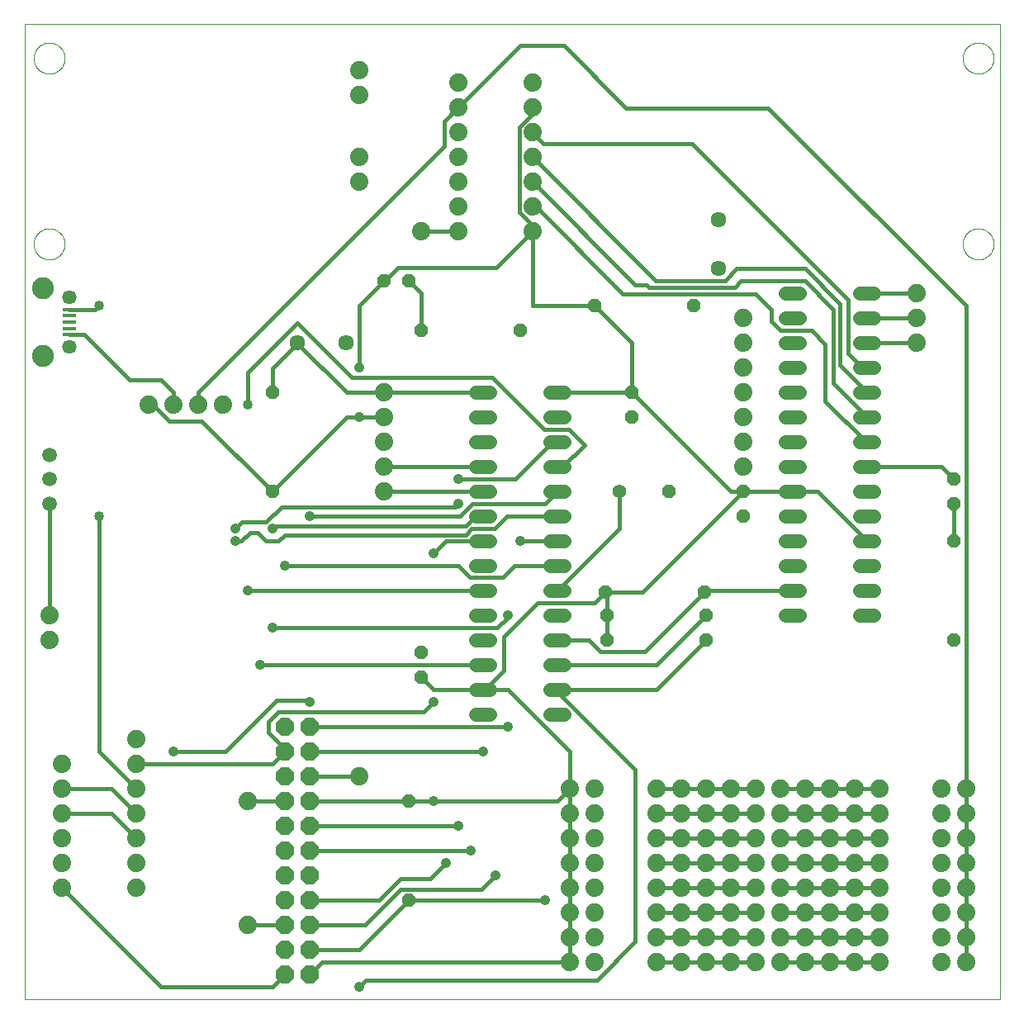
<source format=gtl>
G75*
%MOIN*%
%OFA0B0*%
%FSLAX25Y25*%
%IPPOS*%
%LPD*%
%AMOC8*
5,1,8,0,0,1.08239X$1,22.5*
%
%ADD10C,0.00000*%
%ADD11C,0.05600*%
%ADD12R,0.05315X0.01575*%
%ADD13C,0.05746*%
%ADD14C,0.08858*%
%ADD15C,0.05943*%
%ADD16C,0.07400*%
%ADD17OC8,0.05600*%
%ADD18C,0.06337*%
%ADD19C,0.05600*%
%ADD20OC8,0.07400*%
%ADD21C,0.01600*%
%ADD22C,0.04000*%
%ADD23C,0.04165*%
D10*
X0106250Y0001300D02*
X0106250Y0395001D01*
X0499951Y0395001D01*
X0499951Y0001300D01*
X0106250Y0001300D01*
X0110000Y0306300D02*
X0110002Y0306458D01*
X0110008Y0306615D01*
X0110018Y0306773D01*
X0110032Y0306930D01*
X0110050Y0307086D01*
X0110071Y0307243D01*
X0110097Y0307398D01*
X0110127Y0307553D01*
X0110160Y0307707D01*
X0110198Y0307860D01*
X0110239Y0308013D01*
X0110284Y0308164D01*
X0110333Y0308314D01*
X0110386Y0308462D01*
X0110442Y0308610D01*
X0110503Y0308755D01*
X0110566Y0308900D01*
X0110634Y0309042D01*
X0110705Y0309183D01*
X0110779Y0309322D01*
X0110857Y0309459D01*
X0110939Y0309594D01*
X0111023Y0309727D01*
X0111112Y0309858D01*
X0111203Y0309986D01*
X0111298Y0310113D01*
X0111395Y0310236D01*
X0111496Y0310358D01*
X0111600Y0310476D01*
X0111707Y0310592D01*
X0111817Y0310705D01*
X0111929Y0310816D01*
X0112045Y0310923D01*
X0112163Y0311028D01*
X0112283Y0311130D01*
X0112406Y0311228D01*
X0112532Y0311324D01*
X0112660Y0311416D01*
X0112790Y0311505D01*
X0112922Y0311591D01*
X0113057Y0311673D01*
X0113194Y0311752D01*
X0113332Y0311827D01*
X0113472Y0311899D01*
X0113615Y0311967D01*
X0113758Y0312032D01*
X0113904Y0312093D01*
X0114051Y0312150D01*
X0114199Y0312204D01*
X0114349Y0312254D01*
X0114499Y0312300D01*
X0114651Y0312342D01*
X0114804Y0312381D01*
X0114958Y0312415D01*
X0115113Y0312446D01*
X0115268Y0312472D01*
X0115424Y0312495D01*
X0115581Y0312514D01*
X0115738Y0312529D01*
X0115895Y0312540D01*
X0116053Y0312547D01*
X0116211Y0312550D01*
X0116368Y0312549D01*
X0116526Y0312544D01*
X0116683Y0312535D01*
X0116841Y0312522D01*
X0116997Y0312505D01*
X0117154Y0312484D01*
X0117309Y0312460D01*
X0117464Y0312431D01*
X0117619Y0312398D01*
X0117772Y0312362D01*
X0117925Y0312321D01*
X0118076Y0312277D01*
X0118226Y0312229D01*
X0118375Y0312178D01*
X0118523Y0312122D01*
X0118669Y0312063D01*
X0118814Y0312000D01*
X0118957Y0311933D01*
X0119098Y0311863D01*
X0119237Y0311790D01*
X0119375Y0311713D01*
X0119511Y0311632D01*
X0119644Y0311548D01*
X0119775Y0311461D01*
X0119904Y0311370D01*
X0120031Y0311276D01*
X0120156Y0311179D01*
X0120277Y0311079D01*
X0120397Y0310976D01*
X0120513Y0310870D01*
X0120627Y0310761D01*
X0120739Y0310649D01*
X0120847Y0310535D01*
X0120952Y0310417D01*
X0121055Y0310297D01*
X0121154Y0310175D01*
X0121250Y0310050D01*
X0121343Y0309922D01*
X0121433Y0309793D01*
X0121519Y0309661D01*
X0121603Y0309527D01*
X0121682Y0309391D01*
X0121759Y0309253D01*
X0121831Y0309113D01*
X0121900Y0308971D01*
X0121966Y0308828D01*
X0122028Y0308683D01*
X0122086Y0308536D01*
X0122141Y0308388D01*
X0122192Y0308239D01*
X0122239Y0308088D01*
X0122282Y0307937D01*
X0122321Y0307784D01*
X0122357Y0307630D01*
X0122388Y0307476D01*
X0122416Y0307321D01*
X0122440Y0307165D01*
X0122460Y0307008D01*
X0122476Y0306851D01*
X0122488Y0306694D01*
X0122496Y0306537D01*
X0122500Y0306379D01*
X0122500Y0306221D01*
X0122496Y0306063D01*
X0122488Y0305906D01*
X0122476Y0305749D01*
X0122460Y0305592D01*
X0122440Y0305435D01*
X0122416Y0305279D01*
X0122388Y0305124D01*
X0122357Y0304970D01*
X0122321Y0304816D01*
X0122282Y0304663D01*
X0122239Y0304512D01*
X0122192Y0304361D01*
X0122141Y0304212D01*
X0122086Y0304064D01*
X0122028Y0303917D01*
X0121966Y0303772D01*
X0121900Y0303629D01*
X0121831Y0303487D01*
X0121759Y0303347D01*
X0121682Y0303209D01*
X0121603Y0303073D01*
X0121519Y0302939D01*
X0121433Y0302807D01*
X0121343Y0302678D01*
X0121250Y0302550D01*
X0121154Y0302425D01*
X0121055Y0302303D01*
X0120952Y0302183D01*
X0120847Y0302065D01*
X0120739Y0301951D01*
X0120627Y0301839D01*
X0120513Y0301730D01*
X0120397Y0301624D01*
X0120277Y0301521D01*
X0120156Y0301421D01*
X0120031Y0301324D01*
X0119904Y0301230D01*
X0119775Y0301139D01*
X0119644Y0301052D01*
X0119511Y0300968D01*
X0119375Y0300887D01*
X0119237Y0300810D01*
X0119098Y0300737D01*
X0118957Y0300667D01*
X0118814Y0300600D01*
X0118669Y0300537D01*
X0118523Y0300478D01*
X0118375Y0300422D01*
X0118226Y0300371D01*
X0118076Y0300323D01*
X0117925Y0300279D01*
X0117772Y0300238D01*
X0117619Y0300202D01*
X0117464Y0300169D01*
X0117309Y0300140D01*
X0117154Y0300116D01*
X0116997Y0300095D01*
X0116841Y0300078D01*
X0116683Y0300065D01*
X0116526Y0300056D01*
X0116368Y0300051D01*
X0116211Y0300050D01*
X0116053Y0300053D01*
X0115895Y0300060D01*
X0115738Y0300071D01*
X0115581Y0300086D01*
X0115424Y0300105D01*
X0115268Y0300128D01*
X0115113Y0300154D01*
X0114958Y0300185D01*
X0114804Y0300219D01*
X0114651Y0300258D01*
X0114499Y0300300D01*
X0114349Y0300346D01*
X0114199Y0300396D01*
X0114051Y0300450D01*
X0113904Y0300507D01*
X0113758Y0300568D01*
X0113615Y0300633D01*
X0113472Y0300701D01*
X0113332Y0300773D01*
X0113194Y0300848D01*
X0113057Y0300927D01*
X0112922Y0301009D01*
X0112790Y0301095D01*
X0112660Y0301184D01*
X0112532Y0301276D01*
X0112406Y0301372D01*
X0112283Y0301470D01*
X0112163Y0301572D01*
X0112045Y0301677D01*
X0111929Y0301784D01*
X0111817Y0301895D01*
X0111707Y0302008D01*
X0111600Y0302124D01*
X0111496Y0302242D01*
X0111395Y0302364D01*
X0111298Y0302487D01*
X0111203Y0302614D01*
X0111112Y0302742D01*
X0111023Y0302873D01*
X0110939Y0303006D01*
X0110857Y0303141D01*
X0110779Y0303278D01*
X0110705Y0303417D01*
X0110634Y0303558D01*
X0110566Y0303700D01*
X0110503Y0303845D01*
X0110442Y0303990D01*
X0110386Y0304138D01*
X0110333Y0304286D01*
X0110284Y0304436D01*
X0110239Y0304587D01*
X0110198Y0304740D01*
X0110160Y0304893D01*
X0110127Y0305047D01*
X0110097Y0305202D01*
X0110071Y0305357D01*
X0110050Y0305514D01*
X0110032Y0305670D01*
X0110018Y0305827D01*
X0110008Y0305985D01*
X0110002Y0306142D01*
X0110000Y0306300D01*
X0110000Y0381300D02*
X0110002Y0381458D01*
X0110008Y0381615D01*
X0110018Y0381773D01*
X0110032Y0381930D01*
X0110050Y0382086D01*
X0110071Y0382243D01*
X0110097Y0382398D01*
X0110127Y0382553D01*
X0110160Y0382707D01*
X0110198Y0382860D01*
X0110239Y0383013D01*
X0110284Y0383164D01*
X0110333Y0383314D01*
X0110386Y0383462D01*
X0110442Y0383610D01*
X0110503Y0383755D01*
X0110566Y0383900D01*
X0110634Y0384042D01*
X0110705Y0384183D01*
X0110779Y0384322D01*
X0110857Y0384459D01*
X0110939Y0384594D01*
X0111023Y0384727D01*
X0111112Y0384858D01*
X0111203Y0384986D01*
X0111298Y0385113D01*
X0111395Y0385236D01*
X0111496Y0385358D01*
X0111600Y0385476D01*
X0111707Y0385592D01*
X0111817Y0385705D01*
X0111929Y0385816D01*
X0112045Y0385923D01*
X0112163Y0386028D01*
X0112283Y0386130D01*
X0112406Y0386228D01*
X0112532Y0386324D01*
X0112660Y0386416D01*
X0112790Y0386505D01*
X0112922Y0386591D01*
X0113057Y0386673D01*
X0113194Y0386752D01*
X0113332Y0386827D01*
X0113472Y0386899D01*
X0113615Y0386967D01*
X0113758Y0387032D01*
X0113904Y0387093D01*
X0114051Y0387150D01*
X0114199Y0387204D01*
X0114349Y0387254D01*
X0114499Y0387300D01*
X0114651Y0387342D01*
X0114804Y0387381D01*
X0114958Y0387415D01*
X0115113Y0387446D01*
X0115268Y0387472D01*
X0115424Y0387495D01*
X0115581Y0387514D01*
X0115738Y0387529D01*
X0115895Y0387540D01*
X0116053Y0387547D01*
X0116211Y0387550D01*
X0116368Y0387549D01*
X0116526Y0387544D01*
X0116683Y0387535D01*
X0116841Y0387522D01*
X0116997Y0387505D01*
X0117154Y0387484D01*
X0117309Y0387460D01*
X0117464Y0387431D01*
X0117619Y0387398D01*
X0117772Y0387362D01*
X0117925Y0387321D01*
X0118076Y0387277D01*
X0118226Y0387229D01*
X0118375Y0387178D01*
X0118523Y0387122D01*
X0118669Y0387063D01*
X0118814Y0387000D01*
X0118957Y0386933D01*
X0119098Y0386863D01*
X0119237Y0386790D01*
X0119375Y0386713D01*
X0119511Y0386632D01*
X0119644Y0386548D01*
X0119775Y0386461D01*
X0119904Y0386370D01*
X0120031Y0386276D01*
X0120156Y0386179D01*
X0120277Y0386079D01*
X0120397Y0385976D01*
X0120513Y0385870D01*
X0120627Y0385761D01*
X0120739Y0385649D01*
X0120847Y0385535D01*
X0120952Y0385417D01*
X0121055Y0385297D01*
X0121154Y0385175D01*
X0121250Y0385050D01*
X0121343Y0384922D01*
X0121433Y0384793D01*
X0121519Y0384661D01*
X0121603Y0384527D01*
X0121682Y0384391D01*
X0121759Y0384253D01*
X0121831Y0384113D01*
X0121900Y0383971D01*
X0121966Y0383828D01*
X0122028Y0383683D01*
X0122086Y0383536D01*
X0122141Y0383388D01*
X0122192Y0383239D01*
X0122239Y0383088D01*
X0122282Y0382937D01*
X0122321Y0382784D01*
X0122357Y0382630D01*
X0122388Y0382476D01*
X0122416Y0382321D01*
X0122440Y0382165D01*
X0122460Y0382008D01*
X0122476Y0381851D01*
X0122488Y0381694D01*
X0122496Y0381537D01*
X0122500Y0381379D01*
X0122500Y0381221D01*
X0122496Y0381063D01*
X0122488Y0380906D01*
X0122476Y0380749D01*
X0122460Y0380592D01*
X0122440Y0380435D01*
X0122416Y0380279D01*
X0122388Y0380124D01*
X0122357Y0379970D01*
X0122321Y0379816D01*
X0122282Y0379663D01*
X0122239Y0379512D01*
X0122192Y0379361D01*
X0122141Y0379212D01*
X0122086Y0379064D01*
X0122028Y0378917D01*
X0121966Y0378772D01*
X0121900Y0378629D01*
X0121831Y0378487D01*
X0121759Y0378347D01*
X0121682Y0378209D01*
X0121603Y0378073D01*
X0121519Y0377939D01*
X0121433Y0377807D01*
X0121343Y0377678D01*
X0121250Y0377550D01*
X0121154Y0377425D01*
X0121055Y0377303D01*
X0120952Y0377183D01*
X0120847Y0377065D01*
X0120739Y0376951D01*
X0120627Y0376839D01*
X0120513Y0376730D01*
X0120397Y0376624D01*
X0120277Y0376521D01*
X0120156Y0376421D01*
X0120031Y0376324D01*
X0119904Y0376230D01*
X0119775Y0376139D01*
X0119644Y0376052D01*
X0119511Y0375968D01*
X0119375Y0375887D01*
X0119237Y0375810D01*
X0119098Y0375737D01*
X0118957Y0375667D01*
X0118814Y0375600D01*
X0118669Y0375537D01*
X0118523Y0375478D01*
X0118375Y0375422D01*
X0118226Y0375371D01*
X0118076Y0375323D01*
X0117925Y0375279D01*
X0117772Y0375238D01*
X0117619Y0375202D01*
X0117464Y0375169D01*
X0117309Y0375140D01*
X0117154Y0375116D01*
X0116997Y0375095D01*
X0116841Y0375078D01*
X0116683Y0375065D01*
X0116526Y0375056D01*
X0116368Y0375051D01*
X0116211Y0375050D01*
X0116053Y0375053D01*
X0115895Y0375060D01*
X0115738Y0375071D01*
X0115581Y0375086D01*
X0115424Y0375105D01*
X0115268Y0375128D01*
X0115113Y0375154D01*
X0114958Y0375185D01*
X0114804Y0375219D01*
X0114651Y0375258D01*
X0114499Y0375300D01*
X0114349Y0375346D01*
X0114199Y0375396D01*
X0114051Y0375450D01*
X0113904Y0375507D01*
X0113758Y0375568D01*
X0113615Y0375633D01*
X0113472Y0375701D01*
X0113332Y0375773D01*
X0113194Y0375848D01*
X0113057Y0375927D01*
X0112922Y0376009D01*
X0112790Y0376095D01*
X0112660Y0376184D01*
X0112532Y0376276D01*
X0112406Y0376372D01*
X0112283Y0376470D01*
X0112163Y0376572D01*
X0112045Y0376677D01*
X0111929Y0376784D01*
X0111817Y0376895D01*
X0111707Y0377008D01*
X0111600Y0377124D01*
X0111496Y0377242D01*
X0111395Y0377364D01*
X0111298Y0377487D01*
X0111203Y0377614D01*
X0111112Y0377742D01*
X0111023Y0377873D01*
X0110939Y0378006D01*
X0110857Y0378141D01*
X0110779Y0378278D01*
X0110705Y0378417D01*
X0110634Y0378558D01*
X0110566Y0378700D01*
X0110503Y0378845D01*
X0110442Y0378990D01*
X0110386Y0379138D01*
X0110333Y0379286D01*
X0110284Y0379436D01*
X0110239Y0379587D01*
X0110198Y0379740D01*
X0110160Y0379893D01*
X0110127Y0380047D01*
X0110097Y0380202D01*
X0110071Y0380357D01*
X0110050Y0380514D01*
X0110032Y0380670D01*
X0110018Y0380827D01*
X0110008Y0380985D01*
X0110002Y0381142D01*
X0110000Y0381300D01*
X0485000Y0381300D02*
X0485002Y0381458D01*
X0485008Y0381615D01*
X0485018Y0381773D01*
X0485032Y0381930D01*
X0485050Y0382086D01*
X0485071Y0382243D01*
X0485097Y0382398D01*
X0485127Y0382553D01*
X0485160Y0382707D01*
X0485198Y0382860D01*
X0485239Y0383013D01*
X0485284Y0383164D01*
X0485333Y0383314D01*
X0485386Y0383462D01*
X0485442Y0383610D01*
X0485503Y0383755D01*
X0485566Y0383900D01*
X0485634Y0384042D01*
X0485705Y0384183D01*
X0485779Y0384322D01*
X0485857Y0384459D01*
X0485939Y0384594D01*
X0486023Y0384727D01*
X0486112Y0384858D01*
X0486203Y0384986D01*
X0486298Y0385113D01*
X0486395Y0385236D01*
X0486496Y0385358D01*
X0486600Y0385476D01*
X0486707Y0385592D01*
X0486817Y0385705D01*
X0486929Y0385816D01*
X0487045Y0385923D01*
X0487163Y0386028D01*
X0487283Y0386130D01*
X0487406Y0386228D01*
X0487532Y0386324D01*
X0487660Y0386416D01*
X0487790Y0386505D01*
X0487922Y0386591D01*
X0488057Y0386673D01*
X0488194Y0386752D01*
X0488332Y0386827D01*
X0488472Y0386899D01*
X0488615Y0386967D01*
X0488758Y0387032D01*
X0488904Y0387093D01*
X0489051Y0387150D01*
X0489199Y0387204D01*
X0489349Y0387254D01*
X0489499Y0387300D01*
X0489651Y0387342D01*
X0489804Y0387381D01*
X0489958Y0387415D01*
X0490113Y0387446D01*
X0490268Y0387472D01*
X0490424Y0387495D01*
X0490581Y0387514D01*
X0490738Y0387529D01*
X0490895Y0387540D01*
X0491053Y0387547D01*
X0491211Y0387550D01*
X0491368Y0387549D01*
X0491526Y0387544D01*
X0491683Y0387535D01*
X0491841Y0387522D01*
X0491997Y0387505D01*
X0492154Y0387484D01*
X0492309Y0387460D01*
X0492464Y0387431D01*
X0492619Y0387398D01*
X0492772Y0387362D01*
X0492925Y0387321D01*
X0493076Y0387277D01*
X0493226Y0387229D01*
X0493375Y0387178D01*
X0493523Y0387122D01*
X0493669Y0387063D01*
X0493814Y0387000D01*
X0493957Y0386933D01*
X0494098Y0386863D01*
X0494237Y0386790D01*
X0494375Y0386713D01*
X0494511Y0386632D01*
X0494644Y0386548D01*
X0494775Y0386461D01*
X0494904Y0386370D01*
X0495031Y0386276D01*
X0495156Y0386179D01*
X0495277Y0386079D01*
X0495397Y0385976D01*
X0495513Y0385870D01*
X0495627Y0385761D01*
X0495739Y0385649D01*
X0495847Y0385535D01*
X0495952Y0385417D01*
X0496055Y0385297D01*
X0496154Y0385175D01*
X0496250Y0385050D01*
X0496343Y0384922D01*
X0496433Y0384793D01*
X0496519Y0384661D01*
X0496603Y0384527D01*
X0496682Y0384391D01*
X0496759Y0384253D01*
X0496831Y0384113D01*
X0496900Y0383971D01*
X0496966Y0383828D01*
X0497028Y0383683D01*
X0497086Y0383536D01*
X0497141Y0383388D01*
X0497192Y0383239D01*
X0497239Y0383088D01*
X0497282Y0382937D01*
X0497321Y0382784D01*
X0497357Y0382630D01*
X0497388Y0382476D01*
X0497416Y0382321D01*
X0497440Y0382165D01*
X0497460Y0382008D01*
X0497476Y0381851D01*
X0497488Y0381694D01*
X0497496Y0381537D01*
X0497500Y0381379D01*
X0497500Y0381221D01*
X0497496Y0381063D01*
X0497488Y0380906D01*
X0497476Y0380749D01*
X0497460Y0380592D01*
X0497440Y0380435D01*
X0497416Y0380279D01*
X0497388Y0380124D01*
X0497357Y0379970D01*
X0497321Y0379816D01*
X0497282Y0379663D01*
X0497239Y0379512D01*
X0497192Y0379361D01*
X0497141Y0379212D01*
X0497086Y0379064D01*
X0497028Y0378917D01*
X0496966Y0378772D01*
X0496900Y0378629D01*
X0496831Y0378487D01*
X0496759Y0378347D01*
X0496682Y0378209D01*
X0496603Y0378073D01*
X0496519Y0377939D01*
X0496433Y0377807D01*
X0496343Y0377678D01*
X0496250Y0377550D01*
X0496154Y0377425D01*
X0496055Y0377303D01*
X0495952Y0377183D01*
X0495847Y0377065D01*
X0495739Y0376951D01*
X0495627Y0376839D01*
X0495513Y0376730D01*
X0495397Y0376624D01*
X0495277Y0376521D01*
X0495156Y0376421D01*
X0495031Y0376324D01*
X0494904Y0376230D01*
X0494775Y0376139D01*
X0494644Y0376052D01*
X0494511Y0375968D01*
X0494375Y0375887D01*
X0494237Y0375810D01*
X0494098Y0375737D01*
X0493957Y0375667D01*
X0493814Y0375600D01*
X0493669Y0375537D01*
X0493523Y0375478D01*
X0493375Y0375422D01*
X0493226Y0375371D01*
X0493076Y0375323D01*
X0492925Y0375279D01*
X0492772Y0375238D01*
X0492619Y0375202D01*
X0492464Y0375169D01*
X0492309Y0375140D01*
X0492154Y0375116D01*
X0491997Y0375095D01*
X0491841Y0375078D01*
X0491683Y0375065D01*
X0491526Y0375056D01*
X0491368Y0375051D01*
X0491211Y0375050D01*
X0491053Y0375053D01*
X0490895Y0375060D01*
X0490738Y0375071D01*
X0490581Y0375086D01*
X0490424Y0375105D01*
X0490268Y0375128D01*
X0490113Y0375154D01*
X0489958Y0375185D01*
X0489804Y0375219D01*
X0489651Y0375258D01*
X0489499Y0375300D01*
X0489349Y0375346D01*
X0489199Y0375396D01*
X0489051Y0375450D01*
X0488904Y0375507D01*
X0488758Y0375568D01*
X0488615Y0375633D01*
X0488472Y0375701D01*
X0488332Y0375773D01*
X0488194Y0375848D01*
X0488057Y0375927D01*
X0487922Y0376009D01*
X0487790Y0376095D01*
X0487660Y0376184D01*
X0487532Y0376276D01*
X0487406Y0376372D01*
X0487283Y0376470D01*
X0487163Y0376572D01*
X0487045Y0376677D01*
X0486929Y0376784D01*
X0486817Y0376895D01*
X0486707Y0377008D01*
X0486600Y0377124D01*
X0486496Y0377242D01*
X0486395Y0377364D01*
X0486298Y0377487D01*
X0486203Y0377614D01*
X0486112Y0377742D01*
X0486023Y0377873D01*
X0485939Y0378006D01*
X0485857Y0378141D01*
X0485779Y0378278D01*
X0485705Y0378417D01*
X0485634Y0378558D01*
X0485566Y0378700D01*
X0485503Y0378845D01*
X0485442Y0378990D01*
X0485386Y0379138D01*
X0485333Y0379286D01*
X0485284Y0379436D01*
X0485239Y0379587D01*
X0485198Y0379740D01*
X0485160Y0379893D01*
X0485127Y0380047D01*
X0485097Y0380202D01*
X0485071Y0380357D01*
X0485050Y0380514D01*
X0485032Y0380670D01*
X0485018Y0380827D01*
X0485008Y0380985D01*
X0485002Y0381142D01*
X0485000Y0381300D01*
X0485000Y0306300D02*
X0485002Y0306458D01*
X0485008Y0306615D01*
X0485018Y0306773D01*
X0485032Y0306930D01*
X0485050Y0307086D01*
X0485071Y0307243D01*
X0485097Y0307398D01*
X0485127Y0307553D01*
X0485160Y0307707D01*
X0485198Y0307860D01*
X0485239Y0308013D01*
X0485284Y0308164D01*
X0485333Y0308314D01*
X0485386Y0308462D01*
X0485442Y0308610D01*
X0485503Y0308755D01*
X0485566Y0308900D01*
X0485634Y0309042D01*
X0485705Y0309183D01*
X0485779Y0309322D01*
X0485857Y0309459D01*
X0485939Y0309594D01*
X0486023Y0309727D01*
X0486112Y0309858D01*
X0486203Y0309986D01*
X0486298Y0310113D01*
X0486395Y0310236D01*
X0486496Y0310358D01*
X0486600Y0310476D01*
X0486707Y0310592D01*
X0486817Y0310705D01*
X0486929Y0310816D01*
X0487045Y0310923D01*
X0487163Y0311028D01*
X0487283Y0311130D01*
X0487406Y0311228D01*
X0487532Y0311324D01*
X0487660Y0311416D01*
X0487790Y0311505D01*
X0487922Y0311591D01*
X0488057Y0311673D01*
X0488194Y0311752D01*
X0488332Y0311827D01*
X0488472Y0311899D01*
X0488615Y0311967D01*
X0488758Y0312032D01*
X0488904Y0312093D01*
X0489051Y0312150D01*
X0489199Y0312204D01*
X0489349Y0312254D01*
X0489499Y0312300D01*
X0489651Y0312342D01*
X0489804Y0312381D01*
X0489958Y0312415D01*
X0490113Y0312446D01*
X0490268Y0312472D01*
X0490424Y0312495D01*
X0490581Y0312514D01*
X0490738Y0312529D01*
X0490895Y0312540D01*
X0491053Y0312547D01*
X0491211Y0312550D01*
X0491368Y0312549D01*
X0491526Y0312544D01*
X0491683Y0312535D01*
X0491841Y0312522D01*
X0491997Y0312505D01*
X0492154Y0312484D01*
X0492309Y0312460D01*
X0492464Y0312431D01*
X0492619Y0312398D01*
X0492772Y0312362D01*
X0492925Y0312321D01*
X0493076Y0312277D01*
X0493226Y0312229D01*
X0493375Y0312178D01*
X0493523Y0312122D01*
X0493669Y0312063D01*
X0493814Y0312000D01*
X0493957Y0311933D01*
X0494098Y0311863D01*
X0494237Y0311790D01*
X0494375Y0311713D01*
X0494511Y0311632D01*
X0494644Y0311548D01*
X0494775Y0311461D01*
X0494904Y0311370D01*
X0495031Y0311276D01*
X0495156Y0311179D01*
X0495277Y0311079D01*
X0495397Y0310976D01*
X0495513Y0310870D01*
X0495627Y0310761D01*
X0495739Y0310649D01*
X0495847Y0310535D01*
X0495952Y0310417D01*
X0496055Y0310297D01*
X0496154Y0310175D01*
X0496250Y0310050D01*
X0496343Y0309922D01*
X0496433Y0309793D01*
X0496519Y0309661D01*
X0496603Y0309527D01*
X0496682Y0309391D01*
X0496759Y0309253D01*
X0496831Y0309113D01*
X0496900Y0308971D01*
X0496966Y0308828D01*
X0497028Y0308683D01*
X0497086Y0308536D01*
X0497141Y0308388D01*
X0497192Y0308239D01*
X0497239Y0308088D01*
X0497282Y0307937D01*
X0497321Y0307784D01*
X0497357Y0307630D01*
X0497388Y0307476D01*
X0497416Y0307321D01*
X0497440Y0307165D01*
X0497460Y0307008D01*
X0497476Y0306851D01*
X0497488Y0306694D01*
X0497496Y0306537D01*
X0497500Y0306379D01*
X0497500Y0306221D01*
X0497496Y0306063D01*
X0497488Y0305906D01*
X0497476Y0305749D01*
X0497460Y0305592D01*
X0497440Y0305435D01*
X0497416Y0305279D01*
X0497388Y0305124D01*
X0497357Y0304970D01*
X0497321Y0304816D01*
X0497282Y0304663D01*
X0497239Y0304512D01*
X0497192Y0304361D01*
X0497141Y0304212D01*
X0497086Y0304064D01*
X0497028Y0303917D01*
X0496966Y0303772D01*
X0496900Y0303629D01*
X0496831Y0303487D01*
X0496759Y0303347D01*
X0496682Y0303209D01*
X0496603Y0303073D01*
X0496519Y0302939D01*
X0496433Y0302807D01*
X0496343Y0302678D01*
X0496250Y0302550D01*
X0496154Y0302425D01*
X0496055Y0302303D01*
X0495952Y0302183D01*
X0495847Y0302065D01*
X0495739Y0301951D01*
X0495627Y0301839D01*
X0495513Y0301730D01*
X0495397Y0301624D01*
X0495277Y0301521D01*
X0495156Y0301421D01*
X0495031Y0301324D01*
X0494904Y0301230D01*
X0494775Y0301139D01*
X0494644Y0301052D01*
X0494511Y0300968D01*
X0494375Y0300887D01*
X0494237Y0300810D01*
X0494098Y0300737D01*
X0493957Y0300667D01*
X0493814Y0300600D01*
X0493669Y0300537D01*
X0493523Y0300478D01*
X0493375Y0300422D01*
X0493226Y0300371D01*
X0493076Y0300323D01*
X0492925Y0300279D01*
X0492772Y0300238D01*
X0492619Y0300202D01*
X0492464Y0300169D01*
X0492309Y0300140D01*
X0492154Y0300116D01*
X0491997Y0300095D01*
X0491841Y0300078D01*
X0491683Y0300065D01*
X0491526Y0300056D01*
X0491368Y0300051D01*
X0491211Y0300050D01*
X0491053Y0300053D01*
X0490895Y0300060D01*
X0490738Y0300071D01*
X0490581Y0300086D01*
X0490424Y0300105D01*
X0490268Y0300128D01*
X0490113Y0300154D01*
X0489958Y0300185D01*
X0489804Y0300219D01*
X0489651Y0300258D01*
X0489499Y0300300D01*
X0489349Y0300346D01*
X0489199Y0300396D01*
X0489051Y0300450D01*
X0488904Y0300507D01*
X0488758Y0300568D01*
X0488615Y0300633D01*
X0488472Y0300701D01*
X0488332Y0300773D01*
X0488194Y0300848D01*
X0488057Y0300927D01*
X0487922Y0301009D01*
X0487790Y0301095D01*
X0487660Y0301184D01*
X0487532Y0301276D01*
X0487406Y0301372D01*
X0487283Y0301470D01*
X0487163Y0301572D01*
X0487045Y0301677D01*
X0486929Y0301784D01*
X0486817Y0301895D01*
X0486707Y0302008D01*
X0486600Y0302124D01*
X0486496Y0302242D01*
X0486395Y0302364D01*
X0486298Y0302487D01*
X0486203Y0302614D01*
X0486112Y0302742D01*
X0486023Y0302873D01*
X0485939Y0303006D01*
X0485857Y0303141D01*
X0485779Y0303278D01*
X0485705Y0303417D01*
X0485634Y0303558D01*
X0485566Y0303700D01*
X0485503Y0303845D01*
X0485442Y0303990D01*
X0485386Y0304138D01*
X0485333Y0304286D01*
X0485284Y0304436D01*
X0485239Y0304587D01*
X0485198Y0304740D01*
X0485160Y0304893D01*
X0485127Y0305047D01*
X0485097Y0305202D01*
X0485071Y0305357D01*
X0485050Y0305514D01*
X0485032Y0305670D01*
X0485018Y0305827D01*
X0485008Y0305985D01*
X0485002Y0306142D01*
X0485000Y0306300D01*
D11*
X0449050Y0286300D02*
X0443450Y0286300D01*
X0443450Y0276300D02*
X0449050Y0276300D01*
X0449050Y0266300D02*
X0443450Y0266300D01*
X0443450Y0256300D02*
X0449050Y0256300D01*
X0449050Y0246300D02*
X0443450Y0246300D01*
X0443450Y0236300D02*
X0449050Y0236300D01*
X0449050Y0226300D02*
X0443450Y0226300D01*
X0443450Y0216300D02*
X0449050Y0216300D01*
X0449050Y0206300D02*
X0443450Y0206300D01*
X0443450Y0196300D02*
X0449050Y0196300D01*
X0449050Y0186300D02*
X0443450Y0186300D01*
X0443450Y0176300D02*
X0449050Y0176300D01*
X0449050Y0166300D02*
X0443450Y0166300D01*
X0443450Y0156300D02*
X0449050Y0156300D01*
X0419050Y0156300D02*
X0413450Y0156300D01*
X0413450Y0166300D02*
X0419050Y0166300D01*
X0419050Y0176300D02*
X0413450Y0176300D01*
X0413450Y0186300D02*
X0419050Y0186300D01*
X0419050Y0196300D02*
X0413450Y0196300D01*
X0413450Y0206300D02*
X0419050Y0206300D01*
X0419050Y0216300D02*
X0413450Y0216300D01*
X0413450Y0226300D02*
X0419050Y0226300D01*
X0419050Y0236300D02*
X0413450Y0236300D01*
X0413450Y0246300D02*
X0419050Y0246300D01*
X0419050Y0256300D02*
X0413450Y0256300D01*
X0413450Y0266300D02*
X0419050Y0266300D01*
X0419050Y0276300D02*
X0413450Y0276300D01*
X0413450Y0286300D02*
X0419050Y0286300D01*
X0324050Y0246300D02*
X0318450Y0246300D01*
X0318450Y0236300D02*
X0324050Y0236300D01*
X0324050Y0226300D02*
X0318450Y0226300D01*
X0318450Y0216300D02*
X0324050Y0216300D01*
X0324050Y0206300D02*
X0318450Y0206300D01*
X0318450Y0196300D02*
X0324050Y0196300D01*
X0324050Y0186300D02*
X0318450Y0186300D01*
X0318450Y0176300D02*
X0324050Y0176300D01*
X0324050Y0166300D02*
X0318450Y0166300D01*
X0318450Y0156300D02*
X0324050Y0156300D01*
X0324050Y0146300D02*
X0318450Y0146300D01*
X0318450Y0136300D02*
X0324050Y0136300D01*
X0324050Y0126300D02*
X0318450Y0126300D01*
X0318450Y0116300D02*
X0324050Y0116300D01*
X0294050Y0116300D02*
X0288450Y0116300D01*
X0288450Y0126300D02*
X0294050Y0126300D01*
X0294050Y0136300D02*
X0288450Y0136300D01*
X0288450Y0146300D02*
X0294050Y0146300D01*
X0294050Y0156300D02*
X0288450Y0156300D01*
X0288450Y0166300D02*
X0294050Y0166300D01*
X0294050Y0176300D02*
X0288450Y0176300D01*
X0288450Y0186300D02*
X0294050Y0186300D01*
X0294050Y0196300D02*
X0288450Y0196300D01*
X0288450Y0206300D02*
X0294050Y0206300D01*
X0294050Y0216300D02*
X0288450Y0216300D01*
X0288450Y0226300D02*
X0294050Y0226300D01*
X0294050Y0236300D02*
X0288450Y0236300D01*
X0288450Y0246300D02*
X0294050Y0246300D01*
D12*
X0124380Y0269682D03*
X0124380Y0272202D03*
X0124380Y0274800D03*
X0124380Y0277359D03*
X0124380Y0279918D03*
D13*
X0124380Y0284800D03*
X0124380Y0264800D03*
D14*
X0113750Y0261020D03*
X0113750Y0288580D03*
D15*
X0116250Y0221143D03*
X0116250Y0211300D03*
X0116250Y0201457D03*
D16*
X0156250Y0241300D03*
X0166250Y0241300D03*
X0176250Y0241300D03*
X0186250Y0241300D03*
X0251250Y0236300D03*
X0251250Y0246300D03*
X0251250Y0226300D03*
X0251250Y0216300D03*
X0251250Y0206300D03*
X0151250Y0106300D03*
X0151250Y0096300D03*
X0151250Y0086300D03*
X0151250Y0076300D03*
X0151250Y0066300D03*
X0151250Y0056300D03*
X0151250Y0046300D03*
X0121250Y0046300D03*
X0121250Y0056300D03*
X0121250Y0066300D03*
X0121250Y0076300D03*
X0121250Y0086300D03*
X0121250Y0096300D03*
X0116250Y0146300D03*
X0116250Y0156300D03*
X0196250Y0081300D03*
X0241250Y0091300D03*
X0196250Y0031300D03*
X0326250Y0026300D03*
X0326250Y0016300D03*
X0336250Y0016300D03*
X0336250Y0026300D03*
X0336250Y0036300D03*
X0336250Y0046300D03*
X0326250Y0046300D03*
X0326250Y0036300D03*
X0326250Y0056300D03*
X0326250Y0066300D03*
X0336250Y0066300D03*
X0336250Y0056300D03*
X0336250Y0076300D03*
X0336250Y0086300D03*
X0326250Y0086300D03*
X0326250Y0076300D03*
X0361250Y0076300D03*
X0361250Y0086300D03*
X0371250Y0086300D03*
X0371250Y0076300D03*
X0381250Y0076300D03*
X0381250Y0086300D03*
X0391250Y0086300D03*
X0391250Y0076300D03*
X0401250Y0076300D03*
X0401250Y0086300D03*
X0411250Y0086300D03*
X0411250Y0076300D03*
X0421250Y0076300D03*
X0421250Y0086300D03*
X0431250Y0086300D03*
X0431250Y0076300D03*
X0441250Y0076300D03*
X0441250Y0086300D03*
X0451250Y0086300D03*
X0451250Y0076300D03*
X0451250Y0066300D03*
X0451250Y0056300D03*
X0441250Y0056300D03*
X0441250Y0066300D03*
X0431250Y0066300D03*
X0431250Y0056300D03*
X0421250Y0056300D03*
X0421250Y0066300D03*
X0411250Y0066300D03*
X0411250Y0056300D03*
X0401250Y0056300D03*
X0401250Y0066300D03*
X0391250Y0066300D03*
X0391250Y0056300D03*
X0381250Y0056300D03*
X0381250Y0066300D03*
X0371250Y0066300D03*
X0371250Y0056300D03*
X0361250Y0056300D03*
X0361250Y0066300D03*
X0361250Y0046300D03*
X0361250Y0036300D03*
X0371250Y0036300D03*
X0371250Y0046300D03*
X0381250Y0046300D03*
X0381250Y0036300D03*
X0391250Y0036300D03*
X0391250Y0046300D03*
X0401250Y0046300D03*
X0401250Y0036300D03*
X0411250Y0036300D03*
X0411250Y0046300D03*
X0421250Y0046300D03*
X0421250Y0036300D03*
X0431250Y0036300D03*
X0431250Y0046300D03*
X0441250Y0046300D03*
X0441250Y0036300D03*
X0451250Y0036300D03*
X0451250Y0046300D03*
X0451250Y0026300D03*
X0451250Y0016300D03*
X0441250Y0016300D03*
X0441250Y0026300D03*
X0431250Y0026300D03*
X0431250Y0016300D03*
X0421250Y0016300D03*
X0421250Y0026300D03*
X0411250Y0026300D03*
X0411250Y0016300D03*
X0401250Y0016300D03*
X0401250Y0026300D03*
X0391250Y0026300D03*
X0391250Y0016300D03*
X0381250Y0016300D03*
X0381250Y0026300D03*
X0371250Y0026300D03*
X0371250Y0016300D03*
X0361250Y0016300D03*
X0361250Y0026300D03*
X0476250Y0026300D03*
X0476250Y0016300D03*
X0486250Y0016300D03*
X0486250Y0026300D03*
X0486250Y0036300D03*
X0486250Y0046300D03*
X0476250Y0046300D03*
X0476250Y0036300D03*
X0476250Y0056300D03*
X0476250Y0066300D03*
X0486250Y0066300D03*
X0486250Y0056300D03*
X0486250Y0076300D03*
X0486250Y0086300D03*
X0476250Y0086300D03*
X0476250Y0076300D03*
X0396250Y0216300D03*
X0396250Y0226300D03*
X0396250Y0236300D03*
X0396250Y0246300D03*
X0396250Y0256300D03*
X0396250Y0266300D03*
X0396250Y0276300D03*
X0466250Y0276300D03*
X0466250Y0266300D03*
X0466250Y0286300D03*
X0311250Y0311300D03*
X0311250Y0321300D03*
X0311250Y0331300D03*
X0311250Y0341300D03*
X0311250Y0351300D03*
X0311250Y0361300D03*
X0311250Y0371300D03*
X0281250Y0371300D03*
X0281250Y0361300D03*
X0281250Y0351300D03*
X0281250Y0341300D03*
X0281250Y0331300D03*
X0281250Y0321300D03*
X0281250Y0311300D03*
X0266250Y0311300D03*
X0241250Y0331300D03*
X0241250Y0341300D03*
X0241250Y0366300D03*
X0241250Y0376300D03*
D17*
X0251250Y0291300D03*
X0261250Y0291300D03*
X0266250Y0271300D03*
X0306250Y0271300D03*
X0336250Y0281300D03*
X0376250Y0281300D03*
X0351250Y0246300D03*
X0351250Y0236300D03*
X0366250Y0206300D03*
X0396250Y0206300D03*
X0396250Y0196300D03*
X0380750Y0165800D03*
X0381250Y0156300D03*
X0381250Y0146300D03*
X0341250Y0146300D03*
X0341250Y0156300D03*
X0340750Y0165800D03*
X0266250Y0141300D03*
X0266250Y0131300D03*
X0261250Y0081300D03*
X0261250Y0041300D03*
X0206250Y0206300D03*
X0206250Y0246300D03*
X0481250Y0211300D03*
X0481250Y0201300D03*
X0481250Y0186300D03*
X0481250Y0146300D03*
D18*
X0386250Y0296457D03*
X0386250Y0316143D03*
X0236093Y0266300D03*
X0216407Y0266300D03*
D19*
X0346250Y0206300D03*
D20*
X0221250Y0111300D03*
X0221250Y0101300D03*
X0211250Y0101300D03*
X0211250Y0111300D03*
X0211250Y0091300D03*
X0211250Y0081300D03*
X0221250Y0081300D03*
X0221250Y0091300D03*
X0221250Y0071300D03*
X0221250Y0061300D03*
X0211250Y0061300D03*
X0211250Y0071300D03*
X0211250Y0051300D03*
X0211250Y0041300D03*
X0221250Y0041300D03*
X0221250Y0051300D03*
X0221250Y0031300D03*
X0221250Y0021300D03*
X0211250Y0021300D03*
X0211250Y0031300D03*
X0211250Y0011300D03*
X0221250Y0011300D03*
D21*
X0226250Y0016300D01*
X0326250Y0016300D01*
X0326250Y0026300D01*
X0326250Y0036300D01*
X0326250Y0046300D01*
X0326250Y0056300D01*
X0326250Y0066300D01*
X0326250Y0076300D01*
X0326250Y0086300D01*
X0321250Y0081300D01*
X0271250Y0081300D01*
X0261250Y0081300D01*
X0221250Y0081300D01*
X0221250Y0091300D02*
X0241250Y0091300D01*
X0221250Y0101300D02*
X0291250Y0101300D01*
X0301250Y0111300D02*
X0221250Y0111300D01*
X0211250Y0102587D02*
X0204650Y0109187D01*
X0204650Y0113412D01*
X0208637Y0117400D01*
X0267350Y0117400D01*
X0271250Y0121300D01*
X0271250Y0126300D02*
X0266250Y0131300D01*
X0271250Y0126300D02*
X0291250Y0126300D01*
X0301250Y0126300D01*
X0326250Y0101300D01*
X0326250Y0086300D01*
X0352850Y0093957D02*
X0352850Y0024687D01*
X0337363Y0009200D01*
X0244150Y0009200D01*
X0241250Y0006300D01*
X0241250Y0021300D02*
X0221250Y0021300D01*
X0221250Y0031300D02*
X0243593Y0031300D01*
X0258093Y0045800D01*
X0290750Y0045800D01*
X0296250Y0051300D01*
X0286250Y0061300D02*
X0221250Y0061300D01*
X0221250Y0071300D02*
X0281250Y0071300D01*
X0276250Y0056300D02*
X0269950Y0050000D01*
X0258182Y0050000D01*
X0249482Y0041300D01*
X0221250Y0041300D01*
X0211250Y0031300D02*
X0196250Y0031300D01*
X0211250Y0011300D02*
X0206250Y0006300D01*
X0161250Y0006300D01*
X0121250Y0046300D01*
X0141250Y0076300D02*
X0151250Y0066300D01*
X0151250Y0076300D02*
X0141250Y0086300D01*
X0121250Y0086300D01*
X0121250Y0076300D02*
X0141250Y0076300D01*
X0151250Y0086300D02*
X0136250Y0101300D01*
X0136250Y0196300D01*
X0116250Y0201457D02*
X0116250Y0156300D01*
X0166250Y0101300D02*
X0187426Y0101300D01*
X0208226Y0122100D01*
X0220450Y0122100D01*
X0221250Y0121300D01*
X0201250Y0136300D02*
X0291250Y0136300D01*
X0299850Y0134143D02*
X0299850Y0147900D01*
X0313250Y0161300D01*
X0336250Y0161300D01*
X0340750Y0165800D01*
X0341250Y0165300D01*
X0341250Y0156300D01*
X0341250Y0146300D01*
X0338593Y0141800D02*
X0356750Y0141800D01*
X0380750Y0165800D01*
X0381250Y0166300D01*
X0416250Y0166300D01*
X0446250Y0186300D02*
X0426250Y0206300D01*
X0416250Y0206300D01*
X0396250Y0206300D01*
X0355750Y0165800D01*
X0340750Y0165800D01*
X0321250Y0166300D02*
X0346250Y0191300D01*
X0346250Y0206300D01*
X0332257Y0225050D02*
X0323507Y0216300D01*
X0321250Y0216300D01*
X0321250Y0226300D02*
X0319507Y0226300D01*
X0304507Y0211300D01*
X0281250Y0211300D01*
X0291250Y0206300D02*
X0251250Y0206300D01*
X0251250Y0216300D02*
X0291250Y0216300D01*
X0286993Y0201300D02*
X0316250Y0201300D01*
X0321250Y0206300D01*
X0321250Y0196300D02*
X0301007Y0196300D01*
X0296007Y0191300D01*
X0286861Y0191300D01*
X0284472Y0188911D01*
X0211250Y0188911D01*
X0208639Y0186300D01*
X0203861Y0186300D01*
X0200250Y0189911D01*
X0197361Y0189911D01*
X0193750Y0186300D01*
X0191250Y0186300D01*
X0191250Y0191300D02*
X0194050Y0194100D01*
X0203854Y0194100D01*
X0209954Y0200200D01*
X0280150Y0200200D01*
X0281250Y0201300D01*
X0281993Y0196300D02*
X0286993Y0201300D01*
X0288250Y0196300D02*
X0284250Y0192300D01*
X0207250Y0192300D01*
X0206250Y0191300D01*
X0206250Y0206300D02*
X0236250Y0236300D01*
X0241250Y0236300D01*
X0251250Y0236300D01*
X0251250Y0246300D02*
X0236250Y0246300D01*
X0216329Y0266221D01*
X0216407Y0266300D01*
X0216329Y0266221D02*
X0206250Y0256143D01*
X0206250Y0246300D01*
X0196250Y0241300D02*
X0196250Y0254321D01*
X0216407Y0274478D01*
X0238485Y0252400D01*
X0294907Y0252400D01*
X0316007Y0231300D01*
X0326007Y0231300D01*
X0332257Y0225050D01*
X0321250Y0246300D02*
X0351250Y0246300D01*
X0391250Y0206300D01*
X0396250Y0206300D01*
X0429550Y0242743D02*
X0445993Y0226300D01*
X0446250Y0226300D01*
X0446250Y0216300D02*
X0476250Y0216300D01*
X0481250Y0211300D01*
X0481250Y0201300D02*
X0481250Y0186300D01*
X0446250Y0236300D02*
X0446250Y0236543D01*
X0432750Y0250043D01*
X0432750Y0279800D01*
X0421250Y0291300D01*
X0395382Y0291300D01*
X0392971Y0288889D01*
X0358250Y0288889D01*
X0357250Y0289889D01*
X0352661Y0289889D01*
X0311250Y0331300D01*
X0311250Y0341300D02*
X0360961Y0291589D01*
X0389059Y0291589D01*
X0393771Y0296300D01*
X0421250Y0296300D01*
X0435450Y0282100D01*
X0435450Y0257343D01*
X0446250Y0246543D01*
X0446250Y0246300D01*
X0446250Y0256300D02*
X0444493Y0256300D01*
X0438650Y0262143D01*
X0438650Y0283900D01*
X0375750Y0346800D01*
X0315750Y0346800D01*
X0311250Y0351300D01*
X0305950Y0353495D02*
X0311250Y0358795D01*
X0311250Y0361300D01*
X0305950Y0353495D02*
X0305950Y0319105D01*
X0311250Y0313805D01*
X0311250Y0311300D01*
X0296750Y0296800D01*
X0257093Y0296800D01*
X0251593Y0291300D01*
X0251250Y0291300D01*
X0241250Y0281300D01*
X0241250Y0256300D01*
X0251250Y0246300D02*
X0291250Y0246300D01*
X0266250Y0271300D02*
X0266250Y0286300D01*
X0261250Y0291300D01*
X0266250Y0311300D02*
X0281250Y0311300D01*
X0311250Y0311300D02*
X0311250Y0281300D01*
X0336250Y0281300D01*
X0351250Y0266300D01*
X0351250Y0246300D01*
X0347750Y0286189D02*
X0312639Y0321300D01*
X0311250Y0321300D01*
X0275650Y0345700D02*
X0176250Y0246300D01*
X0176250Y0241300D01*
X0177850Y0234700D02*
X0164638Y0234700D01*
X0158038Y0241300D01*
X0156250Y0241300D01*
X0166250Y0241300D02*
X0166250Y0246300D01*
X0161250Y0251300D01*
X0148762Y0251300D01*
X0130380Y0269682D01*
X0124380Y0269682D01*
X0124380Y0279918D02*
X0134868Y0279918D01*
X0136250Y0281300D01*
X0177850Y0234700D02*
X0206250Y0206300D01*
X0221250Y0196300D02*
X0281993Y0196300D01*
X0288250Y0196300D02*
X0291250Y0196300D01*
X0291250Y0186300D02*
X0276250Y0186300D01*
X0271250Y0181300D01*
X0281493Y0176300D02*
X0285993Y0171800D01*
X0299507Y0171800D01*
X0304007Y0176300D01*
X0321250Y0176300D01*
X0321250Y0186300D02*
X0306250Y0186300D01*
X0281493Y0176300D02*
X0211250Y0176300D01*
X0196250Y0166300D02*
X0291250Y0166300D01*
X0301250Y0156300D02*
X0301250Y0155543D01*
X0297007Y0151300D01*
X0206250Y0151300D01*
X0211250Y0102587D02*
X0211250Y0101300D01*
X0206250Y0096300D01*
X0151250Y0096300D01*
X0196250Y0081300D02*
X0211250Y0081300D01*
X0261250Y0041300D02*
X0241250Y0021300D01*
X0261250Y0041300D02*
X0316250Y0041300D01*
X0361250Y0036300D02*
X0371250Y0036300D01*
X0381250Y0036300D01*
X0391250Y0036300D01*
X0401250Y0036300D01*
X0401250Y0046300D02*
X0391250Y0046300D01*
X0381250Y0046300D01*
X0371250Y0046300D01*
X0361250Y0046300D01*
X0361250Y0056300D02*
X0371250Y0056300D01*
X0381250Y0056300D01*
X0391250Y0056300D01*
X0401250Y0056300D01*
X0401250Y0066300D02*
X0391250Y0066300D01*
X0381250Y0066300D01*
X0371250Y0066300D01*
X0361250Y0066300D01*
X0361250Y0076300D02*
X0371250Y0076300D01*
X0381250Y0076300D01*
X0391250Y0076300D01*
X0401250Y0076300D01*
X0401250Y0086300D02*
X0391250Y0086300D01*
X0381250Y0086300D01*
X0371250Y0086300D01*
X0361250Y0086300D01*
X0352850Y0093957D02*
X0321250Y0125557D01*
X0321250Y0126300D01*
X0361250Y0126300D01*
X0381250Y0146300D01*
X0381250Y0156300D02*
X0361250Y0136300D01*
X0321250Y0136300D01*
X0321250Y0146300D02*
X0334093Y0146300D01*
X0338593Y0141800D01*
X0299850Y0134143D02*
X0292007Y0126300D01*
X0291250Y0126300D01*
X0411250Y0086300D02*
X0421250Y0086300D01*
X0431250Y0086300D01*
X0441250Y0086300D01*
X0451250Y0086300D01*
X0451250Y0076300D02*
X0441250Y0076300D01*
X0431250Y0076300D01*
X0421250Y0076300D01*
X0411250Y0076300D01*
X0411250Y0066300D02*
X0421250Y0066300D01*
X0431250Y0066300D01*
X0441250Y0066300D01*
X0451250Y0066300D01*
X0451250Y0056300D02*
X0441250Y0056300D01*
X0431250Y0056300D01*
X0421250Y0056300D01*
X0411250Y0056300D01*
X0411250Y0046300D02*
X0421250Y0046300D01*
X0431250Y0046300D01*
X0441250Y0046300D01*
X0451250Y0046300D01*
X0451250Y0036300D02*
X0441250Y0036300D01*
X0431250Y0036300D01*
X0421250Y0036300D01*
X0411250Y0036300D01*
X0411250Y0026300D02*
X0421250Y0026300D01*
X0431250Y0026300D01*
X0441250Y0026300D01*
X0451250Y0026300D01*
X0451250Y0016300D02*
X0441250Y0016300D01*
X0431250Y0016300D01*
X0421250Y0016300D01*
X0411250Y0016300D01*
X0401250Y0016300D02*
X0391250Y0016300D01*
X0381250Y0016300D01*
X0371250Y0016300D01*
X0361250Y0016300D01*
X0361250Y0026300D02*
X0371250Y0026300D01*
X0381250Y0026300D01*
X0391250Y0026300D01*
X0401250Y0026300D01*
X0486250Y0026300D02*
X0486250Y0016300D01*
X0486250Y0026300D02*
X0486250Y0036300D01*
X0486250Y0046300D01*
X0486250Y0056300D01*
X0486250Y0066300D01*
X0486250Y0076300D01*
X0486250Y0086300D01*
X0486250Y0281300D01*
X0406350Y0361200D01*
X0349137Y0361200D01*
X0324038Y0386300D01*
X0306250Y0386300D01*
X0281250Y0361300D01*
X0281038Y0361300D01*
X0275650Y0355912D01*
X0275650Y0345700D01*
X0347750Y0286189D02*
X0401361Y0286189D01*
X0407650Y0279900D01*
X0407650Y0275143D01*
X0411493Y0271300D01*
X0424007Y0271300D01*
X0429550Y0265757D01*
X0429550Y0242743D01*
X0446250Y0266300D02*
X0466250Y0266300D01*
X0466250Y0276300D02*
X0446250Y0276300D01*
X0446250Y0286300D02*
X0466250Y0286300D01*
D22*
X0196250Y0241300D03*
X0136250Y0281300D03*
X0136250Y0196300D03*
D23*
X0191250Y0191300D03*
X0191250Y0186300D03*
X0206250Y0191300D03*
X0221250Y0196300D03*
X0211250Y0176300D03*
X0196250Y0166300D03*
X0206250Y0151300D03*
X0201250Y0136300D03*
X0221250Y0121300D03*
X0271250Y0121300D03*
X0291250Y0101300D03*
X0301250Y0111300D03*
X0271250Y0081300D03*
X0281250Y0071300D03*
X0286250Y0061300D03*
X0276250Y0056300D03*
X0296250Y0051300D03*
X0316250Y0041300D03*
X0241250Y0006300D03*
X0166250Y0101300D03*
X0271250Y0181300D03*
X0281250Y0201300D03*
X0281250Y0211300D03*
X0306250Y0186300D03*
X0301250Y0156300D03*
X0241250Y0236300D03*
X0241250Y0256300D03*
M02*

</source>
